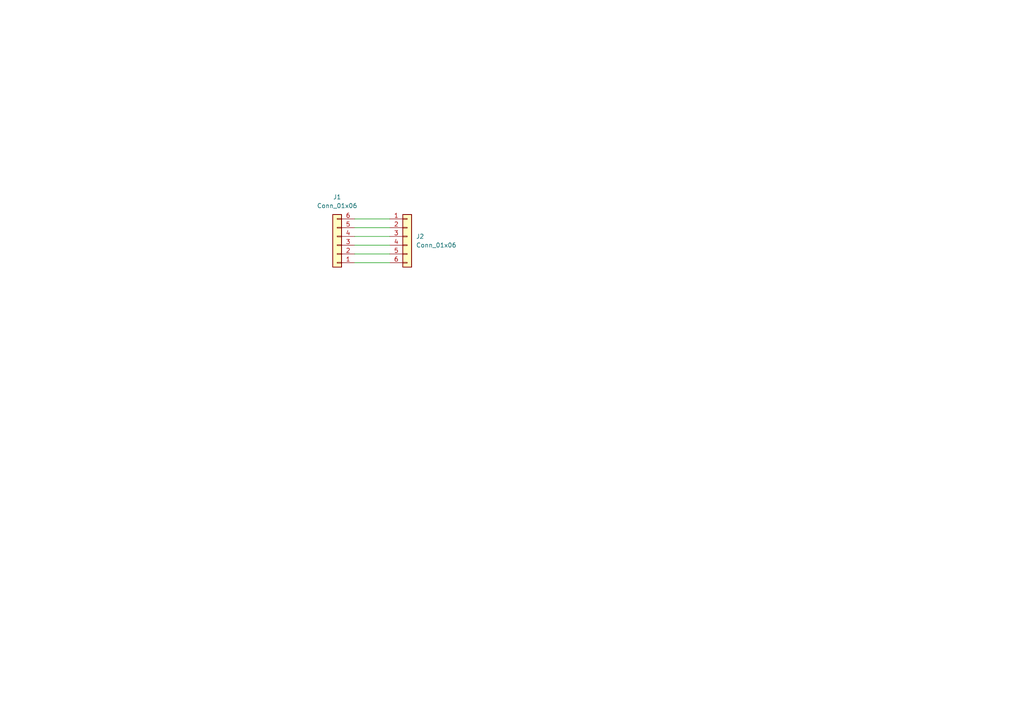
<source format=kicad_sch>
(kicad_sch (version 20211123) (generator eeschema)

  (uuid e63e39d7-6ac0-4ffd-8aa3-1841a4541b55)

  (paper "A4")

  (lib_symbols
    (symbol "Connector_Generic:Conn_01x06" (pin_names (offset 1.016) hide) (in_bom yes) (on_board yes)
      (property "Reference" "J" (id 0) (at 0 7.62 0)
        (effects (font (size 1.27 1.27)))
      )
      (property "Value" "Conn_01x06" (id 1) (at 0 -10.16 0)
        (effects (font (size 1.27 1.27)))
      )
      (property "Footprint" "" (id 2) (at 0 0 0)
        (effects (font (size 1.27 1.27)) hide)
      )
      (property "Datasheet" "~" (id 3) (at 0 0 0)
        (effects (font (size 1.27 1.27)) hide)
      )
      (property "ki_keywords" "connector" (id 4) (at 0 0 0)
        (effects (font (size 1.27 1.27)) hide)
      )
      (property "ki_description" "Generic connector, single row, 01x06, script generated (kicad-library-utils/schlib/autogen/connector/)" (id 5) (at 0 0 0)
        (effects (font (size 1.27 1.27)) hide)
      )
      (property "ki_fp_filters" "Connector*:*_1x??_*" (id 6) (at 0 0 0)
        (effects (font (size 1.27 1.27)) hide)
      )
      (symbol "Conn_01x06_1_1"
        (rectangle (start -1.27 -7.493) (end 0 -7.747)
          (stroke (width 0.1524) (type default) (color 0 0 0 0))
          (fill (type none))
        )
        (rectangle (start -1.27 -4.953) (end 0 -5.207)
          (stroke (width 0.1524) (type default) (color 0 0 0 0))
          (fill (type none))
        )
        (rectangle (start -1.27 -2.413) (end 0 -2.667)
          (stroke (width 0.1524) (type default) (color 0 0 0 0))
          (fill (type none))
        )
        (rectangle (start -1.27 0.127) (end 0 -0.127)
          (stroke (width 0.1524) (type default) (color 0 0 0 0))
          (fill (type none))
        )
        (rectangle (start -1.27 2.667) (end 0 2.413)
          (stroke (width 0.1524) (type default) (color 0 0 0 0))
          (fill (type none))
        )
        (rectangle (start -1.27 5.207) (end 0 4.953)
          (stroke (width 0.1524) (type default) (color 0 0 0 0))
          (fill (type none))
        )
        (rectangle (start -1.27 6.35) (end 1.27 -8.89)
          (stroke (width 0.254) (type default) (color 0 0 0 0))
          (fill (type background))
        )
        (pin passive line (at -5.08 5.08 0) (length 3.81)
          (name "Pin_1" (effects (font (size 1.27 1.27))))
          (number "1" (effects (font (size 1.27 1.27))))
        )
        (pin passive line (at -5.08 2.54 0) (length 3.81)
          (name "Pin_2" (effects (font (size 1.27 1.27))))
          (number "2" (effects (font (size 1.27 1.27))))
        )
        (pin passive line (at -5.08 0 0) (length 3.81)
          (name "Pin_3" (effects (font (size 1.27 1.27))))
          (number "3" (effects (font (size 1.27 1.27))))
        )
        (pin passive line (at -5.08 -2.54 0) (length 3.81)
          (name "Pin_4" (effects (font (size 1.27 1.27))))
          (number "4" (effects (font (size 1.27 1.27))))
        )
        (pin passive line (at -5.08 -5.08 0) (length 3.81)
          (name "Pin_5" (effects (font (size 1.27 1.27))))
          (number "5" (effects (font (size 1.27 1.27))))
        )
        (pin passive line (at -5.08 -7.62 0) (length 3.81)
          (name "Pin_6" (effects (font (size 1.27 1.27))))
          (number "6" (effects (font (size 1.27 1.27))))
        )
      )
    )
  )


  (wire (pts (xy 102.87 73.66) (xy 113.03 73.66))
    (stroke (width 0) (type default) (color 0 0 0 0))
    (uuid 5d673996-a2f9-4f3b-81ec-82f560e192b4)
  )
  (wire (pts (xy 102.87 68.58) (xy 113.03 68.58))
    (stroke (width 0) (type default) (color 0 0 0 0))
    (uuid 98ab2e8c-84e7-4d31-9719-3c6d3c920668)
  )
  (wire (pts (xy 102.87 71.12) (xy 113.03 71.12))
    (stroke (width 0) (type default) (color 0 0 0 0))
    (uuid c2ff89c4-a2fd-41b5-8108-a20f4c016052)
  )
  (wire (pts (xy 102.87 66.04) (xy 113.03 66.04))
    (stroke (width 0) (type default) (color 0 0 0 0))
    (uuid cd9e0c8d-7ccc-4036-aed2-a7129b8c90a0)
  )
  (wire (pts (xy 102.87 76.2) (xy 113.03 76.2))
    (stroke (width 0) (type default) (color 0 0 0 0))
    (uuid ea1bd1e0-70fa-4862-8d86-6949d59a078b)
  )
  (wire (pts (xy 102.87 63.5) (xy 113.03 63.5))
    (stroke (width 0) (type default) (color 0 0 0 0))
    (uuid f9f636ac-8f9f-4cfb-b560-33a24af584ac)
  )

  (symbol (lib_id "Connector_Generic:Conn_01x06") (at 97.79 71.12 180) (unit 1)
    (in_bom yes) (on_board yes) (fields_autoplaced)
    (uuid 02f20c79-68e1-4e36-abf9-36efb187ee46)
    (property "Reference" "J1" (id 0) (at 97.79 57.15 0))
    (property "Value" "Conn_01x06" (id 1) (at 97.79 59.69 0))
    (property "Footprint" "Connector_PinHeader_2.54mm:PinHeader_1x06_P2.54mm_Vertical" (id 2) (at 97.79 71.12 0)
      (effects (font (size 1.27 1.27)) hide)
    )
    (property "Datasheet" "~" (id 3) (at 97.79 71.12 0)
      (effects (font (size 1.27 1.27)) hide)
    )
    (pin "1" (uuid 57251f70-72f2-4f1f-9136-2726bd330fe8))
    (pin "2" (uuid 6ff50d1b-aae0-495b-b1ea-a601171c9fa4))
    (pin "3" (uuid 634c4d1e-d7db-43f5-a524-9335d892b61a))
    (pin "4" (uuid a144b18a-c204-47f4-b7c4-c46ed75a647d))
    (pin "5" (uuid 05e03a78-8584-4890-ae76-f3fee00c6878))
    (pin "6" (uuid 5c0d3aa7-1db0-4fd8-82fd-16d590d634d8))
  )

  (symbol (lib_id "Connector_Generic:Conn_01x06") (at 118.11 68.58 0) (unit 1)
    (in_bom yes) (on_board yes) (fields_autoplaced)
    (uuid d62548c7-f719-428f-95c4-6c7389faa3e8)
    (property "Reference" "J2" (id 0) (at 120.65 68.5799 0)
      (effects (font (size 1.27 1.27)) (justify left))
    )
    (property "Value" "Conn_01x06" (id 1) (at 120.65 71.1199 0)
      (effects (font (size 1.27 1.27)) (justify left))
    )
    (property "Footprint" "Connector_PinHeader_1.00mm:PinHeader_1x06_P1.00mm_Vertical_SMD_Pin1Left" (id 2) (at 118.11 68.58 0)
      (effects (font (size 1.27 1.27)) hide)
    )
    (property "Datasheet" "~" (id 3) (at 118.11 68.58 0)
      (effects (font (size 1.27 1.27)) hide)
    )
    (pin "1" (uuid f638acdf-ab9a-4eab-8453-48e70f4946fa))
    (pin "2" (uuid 96d3fcd2-ae40-417f-badd-822e4348c09b))
    (pin "3" (uuid 9aee4e36-fb42-44d1-beaa-8708a49f38cc))
    (pin "4" (uuid 63e7fbf4-98da-4cfd-97ab-effc8ff029f7))
    (pin "5" (uuid 8f694726-3014-439a-b877-6f333ca93135))
    (pin "6" (uuid 11fb40af-ec89-43fc-bafa-eba219420688))
  )

  (sheet_instances
    (path "/" (page "1"))
  )

  (symbol_instances
    (path "/02f20c79-68e1-4e36-abf9-36efb187ee46"
      (reference "J1") (unit 1) (value "Conn_01x06") (footprint "Connector_PinHeader_2.54mm:PinHeader_1x06_P2.54mm_Vertical")
    )
    (path "/d62548c7-f719-428f-95c4-6c7389faa3e8"
      (reference "J2") (unit 1) (value "Conn_01x06") (footprint "Connector_PinHeader_1.00mm:PinHeader_1x06_P1.00mm_Vertical_SMD_Pin1Left")
    )
  )
)

</source>
